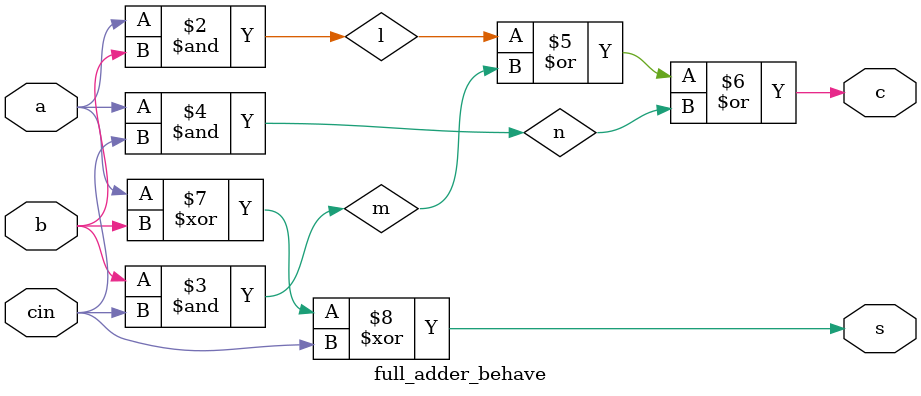
<source format=v>
module full_adder_behave(a,b,cin,s,c);
input a,b,cin;
output s,c;
reg l,m,n;
reg s,c;
always @(a,b,c)
begin
l=a&b;
m=b&cin;
n=a&cin;
c=l|m|n;
s=a^b^cin;
end
endmodule




</source>
